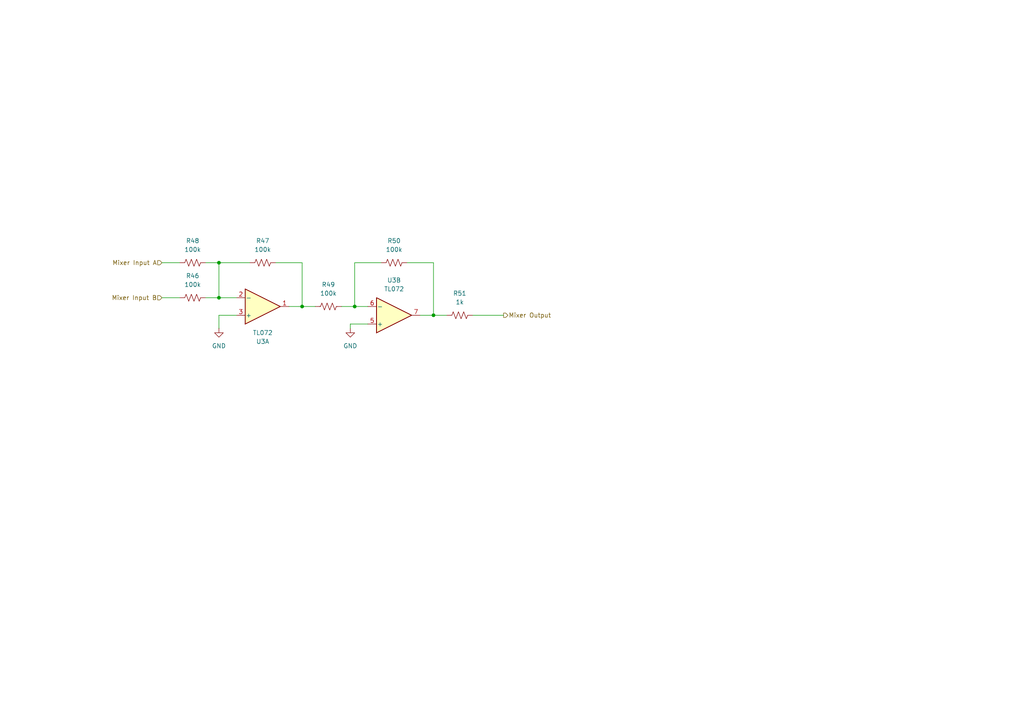
<source format=kicad_sch>
(kicad_sch (version 20250114) (generator "eeschema") (generator_version "9.0")
  (paper "A4")
  (title_block (comment 1 "PCB for 5 cm Kosmo format synthesizer module"))
  (lib_symbols
    (symbol "Amplifier_Operational:TL072" (pin_names (offset 0.127))
      (property "Reference" "U" (at 0 5.08 0))
      (property "Value" "TL072" (at 0 -5.08 0))
      (symbol "TL072_1_1"
        (polyline (pts (xy -5.08 5.08) (xy 5.08 0) (xy -5.08 -5.08) (xy -5.08 5.08)) (stroke (width 0.254)) (fill (type background)))
        (pin input line (at -7.62 2.54 0) (length 2.54) (name "+") (number "3"))
        (pin input line (at -7.62 -2.54 0) (length 2.54) (name "-") (number "2"))
        (pin output line (at 7.62 0 180) (length 2.54) (name "~") (number "1"))
      )
      (symbol "TL072_2_1"
        (polyline (pts (xy -5.08 5.08) (xy 5.08 0) (xy -5.08 -5.08) (xy -5.08 5.08)) (stroke (width 0.254)) (fill (type background)))
        (pin input line (at -7.62 2.54 0) (length 2.54) (name "+") (number "5"))
        (pin input line (at -7.62 -2.54 0) (length 2.54) (name "-") (number "6"))
        (pin output line (at 7.62 0 180) (length 2.54) (name "~") (number "7"))
      )
      (symbol "TL072_3_1"
        (pin power_in line (at -2.54 7.62 270) (length 3.81) (name "V+") (number "8"))
        (pin power_in line (at -2.54 -7.62 90) (length 3.81) (name "V-") (number "4"))
      )
    )
    (symbol "Device:R_US" (pin_numbers (hide yes)) (pin_names (offset 0))
      (property "Reference" "R" (at 2.54 0 90))
      (property "Value" "R_US" (at -2.54 0 90))
      (symbol "R_US_0_1"
        (polyline (pts (xy 0 2.286) (xy 0 2.54)))
        (polyline (pts (xy 0 2.286) (xy 1.016 1.905) (xy 0 1.524) (xy -1.016 1.143) (xy 0 0.762)))
        (polyline (pts (xy 0 0.762) (xy 1.016 0.381) (xy 0 0) (xy -1.016 -0.381) (xy 0 -0.762)))
        (polyline (pts (xy 0 -0.762) (xy 1.016 -1.143) (xy 0 -1.524) (xy -1.016 -1.905) (xy 0 -2.286)))
        (polyline (pts (xy 0 -2.286) (xy 0 -2.54)))
      )
      (symbol "R_US_1_1"
        (pin passive line (at 0 3.81 270) (length 1.27) (name "~") (number "1"))
        (pin passive line (at 0 -3.81 90) (length 1.27) (name "~") (number "2"))
      )
    )
    (symbol "power:GND" (power) (pin_numbers (hide yes)) (pin_names (offset 0) (hide yes))
      (property "Value" "GND" (at 0 -3.81 0))
      (symbol "GND_0_1"
        (polyline (pts (xy 0 0) (xy 0 -1.27) (xy 1.27 -1.27) (xy 0 -2.54) (xy -1.27 -1.27) (xy 0 -1.27)))
      )
      (symbol "GND_1_1"
        (pin power_in line (at 0 0 270) (length 0) (name "~") (number "1"))
      )
    )
  )
  (junction (at 63.5 86.36))
  (junction (at 125.73 91.44))
  (junction (at 87.63 88.9))
  (junction (at 102.87 88.9))
  (junction (at 63.5 76.2))
  (wire (pts (xy 102.87 88.9) (xy 106.68 88.9)))
  (wire (pts (xy 59.69 76.2) (xy 63.5 76.2)))
  (wire (pts (xy 87.63 76.2) (xy 87.63 88.9)))
  (wire (pts (xy 87.63 88.9) (xy 91.44 88.9)))
  (wire (pts (xy 101.6 93.98) (xy 101.6 95.25)))
  (wire (pts (xy 121.92 91.44) (xy 125.73 91.44)))
  (wire (pts (xy 63.5 86.36) (xy 68.58 86.36)))
  (wire (pts (xy 46.99 86.36) (xy 52.07 86.36)))
  (wire (pts (xy 83.82 88.9) (xy 87.63 88.9)))
  (wire (pts (xy 46.99 76.2) (xy 52.07 76.2)))
  (wire (pts (xy 63.5 91.44) (xy 63.5 95.25)))
  (wire (pts (xy 125.73 91.44) (xy 129.54 91.44)))
  (wire (pts (xy 102.87 76.2) (xy 102.87 88.9)))
  (wire (pts (xy 99.06 88.9) (xy 102.87 88.9)))
  (wire (pts (xy 118.11 76.2) (xy 125.73 76.2)))
  (wire (pts (xy 125.73 76.2) (xy 125.73 91.44)))
  (wire (pts (xy 63.5 76.2) (xy 63.5 86.36)))
  (wire (pts (xy 59.69 86.36) (xy 63.5 86.36)))
  (wire (pts (xy 80.01 76.2) (xy 87.63 76.2)))
  (wire (pts (xy 137.16 91.44) (xy 146.05 91.44)))
  (wire (pts (xy 63.5 76.2) (xy 72.39 76.2)))
  (wire (pts (xy 63.5 91.44) (xy 68.58 91.44)))
  (wire (pts (xy 110.49 76.2) (xy 102.87 76.2)))
  (wire (pts (xy 106.68 93.98) (xy 101.6 93.98)))
  (hierarchical_label "Mixer Output" (shape output) (at 146.05 91.44 0))
  (hierarchical_label "Mixer Input A" (shape input) (at 46.99 76.2 180))
  (hierarchical_label "Mixer Input B" (shape input) (at 46.99 86.36 180))
  (symbol (lib_id "power:GND") (at 63.5 95.25 0) (unit 1)
    (property "Reference" "#PWR034" (effects (hide yes)))
    (property "Value" "GND" (at 63.5 100.33 0))
    (property "Description" "Power symbol creates a global label with name \"GND\" , ground" (effects (hide yes)))
  )
  (symbol (lib_id "Device:R_US") (at 76.2 76.2 90) (unit 1)
    (property "Reference" "R47" (at 76.2 69.85 90))
    (property "Value" "100k" (at 76.2 72.39 90))
    (property "Footprint" "Resistor_THT:R_Axial_DIN0207_L6.3mm_D2.5mm_P7.62mm_Horizontal" (effects (hide yes)))
    (property "Description" "Resistor, US symbol" (effects (hide yes)))
  )
  (symbol (lib_id "Amplifier_Operational:TL072") (at 76.2 88.9 0) (mirror x) (unit 1)
    (property "Reference" "U3" (at 76.2 99.06 0))
    (property "Value" "TL072" (at 76.2 96.52 0))
    (property "Footprint" "Package_DIP:DIP-8_W7.62mm_Socket" (effects (hide yes)))
    (property "Datasheet" "http://www.ti.com/lit/ds/symlink/tl071.pdf" (effects (hide yes)))
    (property "Description" "Dual Low-Noise JFET-Input Operational Amplifiers, DIP-8/SOIC-8" (effects (hide yes)))
  )
  (symbol (lib_id "Device:R_US") (at 55.88 76.2 90) (unit 1)
    (property "Reference" "R48" (at 55.88 69.85 90))
    (property "Value" "100k" (at 55.88 72.39 90))
    (property "Footprint" "Resistor_THT:R_Axial_DIN0207_L6.3mm_D2.5mm_P7.62mm_Horizontal" (effects (hide yes)))
    (property "Description" "Resistor, US symbol" (effects (hide yes)))
  )
  (symbol (lib_id "power:GND") (at 101.6 95.25 0) (unit 1)
    (property "Reference" "#PWR035" (effects (hide yes)))
    (property "Value" "GND" (at 101.6 100.33 0))
    (property "Description" "Power symbol creates a global label with name \"GND\" , ground" (effects (hide yes)))
  )
  (symbol (lib_id "Amplifier_Operational:TL072") (at 114.3 91.44 0) (mirror x) (unit 2)
    (property "Reference" "U3" (at 114.3 81.28 0))
    (property "Value" "TL072" (at 114.3 83.82 0))
    (property "Footprint" "Package_DIP:DIP-8_W7.62mm_Socket" (effects (hide yes)))
    (property "Datasheet" "http://www.ti.com/lit/ds/symlink/tl071.pdf" (effects (hide yes)))
    (property "Description" "Dual Low-Noise JFET-Input Operational Amplifiers, DIP-8/SOIC-8" (effects (hide yes)))
  )
  (symbol (lib_id "Device:R_US") (at 114.3 76.2 90) (unit 1)
    (property "Reference" "R50" (at 114.3 69.85 90))
    (property "Value" "100k" (at 114.3 72.39 90))
    (property "Footprint" "Resistor_THT:R_Axial_DIN0207_L6.3mm_D2.5mm_P7.62mm_Horizontal" (effects (hide yes)))
    (property "Description" "Resistor, US symbol" (effects (hide yes)))
  )
  (symbol (lib_id "Device:R_US") (at 133.35 91.44 90) (unit 1)
    (property "Reference" "R51" (at 133.35 85.09 90))
    (property "Value" "1k" (at 133.35 87.63 90))
    (property "Footprint" "Resistor_THT:R_Axial_DIN0207_L6.3mm_D2.5mm_P7.62mm_Horizontal" (effects (hide yes)))
    (property "Description" "Resistor, US symbol" (effects (hide yes)))
  )
  (symbol (lib_id "Device:R_US") (at 55.88 86.36 90) (unit 1)
    (property "Reference" "R46" (at 55.88 80.01 90))
    (property "Value" "100k" (at 55.88 82.55 90))
    (property "Footprint" "Resistor_THT:R_Axial_DIN0207_L6.3mm_D2.5mm_P7.62mm_Horizontal" (effects (hide yes)))
    (property "Description" "Resistor, US symbol" (effects (hide yes)))
  )
  (symbol (lib_id "Device:R_US") (at 95.25 88.9 90) (unit 1)
    (property "Reference" "R49" (at 95.25 82.55 90))
    (property "Value" "100k" (at 95.25 85.09 90))
    (property "Footprint" "Resistor_THT:R_Axial_DIN0207_L6.3mm_D2.5mm_P7.62mm_Horizontal" (effects (hide yes)))
    (property "Description" "Resistor, US symbol" (effects (hide yes)))
  )
)
</source>
